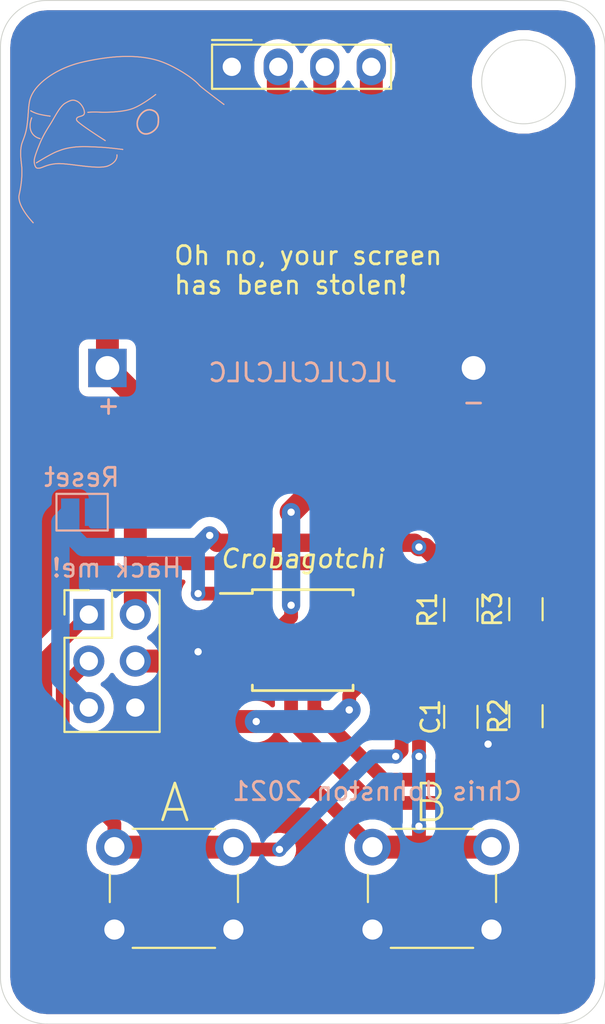
<source format=kicad_pcb>
(kicad_pcb (version 20171130) (host pcbnew 5.1.6-c6e7f7d~87~ubuntu19.10.1)
  (layers (0 F.Cu signal hide) (31 B.Cu signal hide) (34 B.Paste user) (35 F.Paste user) (36 B.SilkS user) (37 F.SilkS user) (38 B.Mask user) (39 F.Mask user) (44 Edge.Cuts user))
  (net 0 "")
  (net 1 GND)
  (net 2 VCC)
  (net 3 rst)
  (net 4 mosi)
  (net 5 button_select)
  (net 6 button_option)
  (net 7 disp_sda)
  (net 8 disp_scl)
  (module crow:kicad_vectorcrob (layer B.Cu) (at 108.712 49.784 180)
    (fp_text reference svg2mod hide)
    (fp_text value G*** hide)
  )
  (module Battery:BatteryHolder_ComfortableElectronic_CH273-2450_1x2450 (layer B.Cu) (at 101.092 68.326)
    (fp_text reference BT1 hide)
    (fp_text value Battery hide)
    (fp_text user + (at 0.0635 2.032) (layer B.SilkS) (effects (justify mirror)))
    (fp_text user - (at 20.0025 1.8415) (layer B.SilkS) (effects (justify mirror)))
    (pad 2 thru_hole circle (at 20 0 90) (size 2.1 2.1) (drill 1.3) (layers *.Cu *.Mask) (net 1 GND))
    (pad 1 thru_hole rect (at 0 0 90) (size 2.1 2.1) (drill 1.3) (layers *.Cu *.Mask) (net 2 VCC))
  )
  (module ssd1306:128x64OLED (layer F.Cu) (at 111.506 62.484)
    (fp_text reference Brd1 hide)
    (fp_text value SSD1306)
    (pad 2 thru_hole oval (at -1.08 -10.6 90) (size 2 1.6) (drill 1) (layers *.Cu *.Mask) (net 2 VCC))
    (pad 1 thru_hole oval (at -3.62 -10.6 90) (size 2 1.6) (drill 1) (layers *.Cu *.Mask) (net 1 GND))
    (pad 3 thru_hole oval (at 1.46 -10.6 90) (size 2 1.6) (drill 1) (layers *.Cu *.Mask) (net 8 disp_scl))
    (pad 4 thru_hole oval (at 4 -10.6 90) (size 2 1.6) (drill 1) (layers *.Cu *.Mask) (net 7 disp_sda))
  )
  (module Button_Switch_THT:SW_PUSH_6mm (layer F.Cu) (at 115.57 94.488)
    (fp_text reference SW3 hide)
    (fp_text value SW_Push)
    (pad 1 thru_hole circle (at 6.5 0 90) (size 2 2) (drill 1.1) (layers *.Cu *.Mask) (net 5 button_select))
    (pad 2 thru_hole circle (at 6.5 4.5 90) (size 2 2) (drill 1.1) (layers *.Cu *.Mask) (net 1 GND))
    (pad 1 thru_hole circle (at 0 0 90) (size 2 2) (drill 1.1) (layers *.Cu *.Mask) (net 5 button_select))
    (pad 2 thru_hole circle (at 0 4.5 90) (size 2 2) (drill 1.1) (layers *.Cu *.Mask) (net 1 GND))
  )
  (module Button_Switch_THT:SW_PUSH_6mm (layer F.Cu) (at 101.473 94.488)
    (fp_text reference SW2 hide)
    (fp_text value SW_Push)
    (pad 2 thru_hole circle (at 0 4.5 90) (size 2 2) (drill 1.1) (layers *.Cu *.Mask) (net 1 GND))
    (pad 1 thru_hole circle (at 0 0 90) (size 2 2) (drill 1.1) (layers *.Cu *.Mask) (net 6 button_option))
    (pad 2 thru_hole circle (at 6.5 4.5 90) (size 2 2) (drill 1.1) (layers *.Cu *.Mask) (net 1 GND))
    (pad 1 thru_hole circle (at 6.5 0 90) (size 2 2) (drill 1.1) (layers *.Cu *.Mask) (net 6 button_option))
  )
  (module Jumper:SolderJumper-2_P1.3mm_Open_Pad1.0x1.5mm (layer B.Cu) (at 99.71 76.2)
    (fp_text reference SW1 hide)
    (fp_text value SW_Push)
    (pad 2 smd rect (at 0.65 0) (size 1 1.5) (layers B.Cu B.Mask) (net 1 GND))
    (pad 1 smd rect (at -0.65 0) (size 1 1.5) (layers B.Cu B.Mask) (net 3 rst))
  )
  (module Resistor_SMD:R_1206_3216Metric_Pad1.42x1.75mm_HandSolder (layer F.Cu) (at 123.952 81.4975 90)
    (fp_text reference R3 (at 0 -1.82 90) (layer F.SilkS))
    (fp_text value 4.7K)
    (pad 2 smd roundrect (at 1.4875 0 90) (size 1.425 1.75) (layers F.Cu F.Paste F.Mask) (roundrect_rratio 0.175439) (net 7 disp_sda))
    (pad 1 smd roundrect (at -1.4875 0 90) (size 1.425 1.75) (layers F.Cu F.Paste F.Mask) (roundrect_rratio 0.175439) (net 2 VCC))
  )
  (module Resistor_SMD:R_1206_3216Metric_Pad1.42x1.75mm_HandSolder (layer F.Cu) (at 123.952 87.3395 270)
    (fp_text reference R2 (at 0 1.524 90) (layer F.SilkS))
    (fp_text value 4.7K)
    (pad 2 smd roundrect (at 1.4875 0 270) (size 1.425 1.75) (layers F.Cu F.Paste F.Mask) (roundrect_rratio 0.175439) (net 8 disp_scl))
    (pad 1 smd roundrect (at -1.4875 0 270) (size 1.425 1.75) (layers F.Cu F.Paste F.Mask) (roundrect_rratio 0.175439) (net 2 VCC))
  )
  (module Capacitor_SMD:C_1206_3216Metric_Pad1.42x1.75mm_HandSolder (layer F.Cu) (at 120.396 87.376 270)
    (fp_text reference C1 (at 0 1.651 90) (layer F.SilkS))
    (fp_text value 1uf)
    (pad 2 smd roundrect (at 1.4875 0 270) (size 1.425 1.75) (layers F.Cu F.Paste F.Mask) (roundrect_rratio 0.175439) (net 1 GND))
    (pad 1 smd roundrect (at -1.4875 0 270) (size 1.425 1.75) (layers F.Cu F.Paste F.Mask) (roundrect_rratio 0.175439) (net 2 VCC))
  )
  (module Connector_PinHeader_2.54mm:PinHeader_2x03_P2.54mm_Vertical (layer F.Cu) (at 100.076 81.788)
    (fp_text reference J1 hide)
    (fp_text value AVR-ISP-6)
    (pad 6 thru_hole oval (at 2.54 5.08) (size 1.7 1.7) (drill 1) (layers *.Cu *.Mask) (net 1 GND))
    (pad 5 thru_hole oval (at 0 5.08) (size 1.7 1.7) (drill 1) (layers *.Cu *.Mask) (net 3 rst))
    (pad 4 thru_hole oval (at 2.54 2.54) (size 1.7 1.7) (drill 1) (layers *.Cu *.Mask) (net 4 mosi))
    (pad 3 thru_hole oval (at 0 2.54) (size 1.7 1.7) (drill 1) (layers *.Cu *.Mask) (net 5 button_select))
    (pad 2 thru_hole oval (at 2.54 0) (size 1.7 1.7) (drill 1) (layers *.Cu *.Mask) (net 2 VCC))
    (pad 1 thru_hole rect (at 0 0) (size 1.7 1.7) (drill 1) (layers *.Cu *.Mask) (net 6 button_option))
  )
  (module Package_SO:SOIJ-8_5.3x5.3mm_P1.27mm (layer F.Cu) (at 111.76 83.185)
    (fp_text reference U1 hide)
    (fp_text value ATtiny85V-10SU)
    (pad 8 smd rect (at 3.65 -1.905) (size 1.7 0.65) (layers F.Cu F.Paste F.Mask) (net 2 VCC))
    (pad 7 smd rect (at 3.65 -0.635) (size 1.7 0.65) (layers F.Cu F.Paste F.Mask) (net 5 button_select))
    (pad 6 smd rect (at 3.65 0.635) (size 1.7 0.65) (layers F.Cu F.Paste F.Mask) (net 6 button_option))
    (pad 5 smd rect (at 3.65 1.905) (size 1.7 0.65) (layers F.Cu F.Paste F.Mask) (net 4 mosi))
    (pad 4 smd rect (at -3.65 1.905) (size 1.7 0.65) (layers F.Cu F.Paste F.Mask) (net 1 GND))
    (pad 3 smd rect (at -3.65 0.635) (size 1.7 0.65) (layers F.Cu F.Paste F.Mask) (net 7 disp_sda))
    (pad 2 smd rect (at -3.65 -0.635) (size 1.7 0.65) (layers F.Cu F.Paste F.Mask) (net 8 disp_scl))
    (pad 1 smd rect (at -3.65 -1.905) (size 1.7 0.65) (layers F.Cu F.Paste F.Mask) (net 3 rst))
  )
  (module Resistor_SMD:R_1206_3216Metric_Pad1.42x1.75mm_HandSolder (layer F.Cu) (at 120.396 81.534 90)
    (fp_text reference R1 (at 0 -1.82 90) (layer F.SilkS))
    (fp_text value 10k)
    (pad 2 smd roundrect (at 1.4875 0 90) (size 1.425 1.75) (layers F.Cu F.Paste F.Mask) (roundrect_rratio 0.175439) (net 3 rst))
    (pad 1 smd roundrect (at -1.4875 0 90) (size 1.425 1.75) (layers F.Cu F.Paste F.Mask) (roundrect_rratio 0.175439) (net 2 VCC))
  )
  (gr_text JLCJLCJLCJLC (at 111.76 68.58) (layer B.SilkS) (effects (font (size 1 1)) (justify mirror)))
  (gr_text "Chris Johnston 2021" (at 115.824 91.44) (layer B.SilkS) (effects (font (size 1 1)) (justify mirror)))
  (gr_text Crobagotchi (at 111.76 78.74) (layer F.SilkS) (effects (font (size 1 1) (thickness 0.15) italic)))
  (gr_text "Oh no, your screen\nhas been stolen!" (at 104.648 62.992) (layer F.SilkS) (effects (font (size 1 1)) (justify left)))
  (gr_text B (at 118.745 92.075) (layer F.SilkS) (effects (font (size 2 2))))
  (gr_text A (at 104.775 92.075) (layer F.SilkS) (effects (font (size 2 2))))
  (gr_text Reset (at 99.695 74.295) (layer B.SilkS) (effects (font (size 1 1)) (justify mirror)))
  (gr_text "Hack me!" (at 101.6 79.248) (layer B.SilkS) (effects (font (size 1 1)) (justify mirror)))
  (gr_circle (center 123.825 52.705) (end 125.73 51.435) (layer Edge.Cuts) (width 0.05))
  (gr_line (start 97.79 104.14) (end 125.73 104.14) (layer Edge.Cuts) (width 0.05))
  (gr_arc (start 97.79 101.6) (end 95.25 101.6) (angle -90) (layer Edge.Cuts) (width 0.05))
  (gr_line (start 95.25 50.8) (end 95.25 101.6) (layer Edge.Cuts) (width 0.05))
  (gr_line (start 99.06 48.26) (end 97.79 48.26) (layer Edge.Cuts) (width 0.05))
  (gr_arc (start 97.79 50.8) (end 97.79 48.26) (angle -90) (layer Edge.Cuts) (width 0.05))
  (gr_line (start 125.73 48.26) (end 99.06 48.26) (layer Edge.Cuts) (width 0.05))
  (gr_arc (start 125.73 50.8) (end 128.27 50.8) (angle -90) (layer Edge.Cuts) (width 0.05))
  (gr_line (start 128.27 101.6) (end 128.27 50.8) (layer Edge.Cuts) (width 0.05))
  (gr_arc (start 125.73 101.6) (end 125.73 104.14) (angle -90) (layer Edge.Cuts) (width 0.05))
  (segment (start 108.11 85.09) (end 107.315 85.09) (width 0.75) (layer F.Cu) (net 1))
  (segment (start 107.315 85.09) (end 106.045 83.82) (width 0.75) (layer F.Cu) (net 1))
  (via (at 106.045 83.82) (size 0.8) (drill 0.4) (layers F.Cu B.Cu) (net 1))
  (segment (start 120.396 88.8635) (end 121.8835 88.8635) (width 0.75) (layer F.Cu) (net 1))
  (via (at 121.8835 88.8635) (size 0.8) (drill 0.4) (layers F.Cu B.Cu) (net 1))
  (segment (start 101.092 68.326) (end 101.092 64.008) (width 1.25) (layer F.Cu) (net 2))
  (segment (start 110.426 54.674) (end 110.426 51.884) (width 1.25) (layer F.Cu) (net 2))
  (segment (start 101.092 64.008) (end 110.426 54.674) (width 1.25) (layer F.Cu) (net 2))
  (segment (start 102.616 69.85) (end 101.092 68.326) (width 1.25) (layer F.Cu) (net 2))
  (segment (start 113.124 78.994) (end 102.616 78.994) (width 0.75) (layer F.Cu) (net 2))
  (segment (start 115.41 81.28) (end 113.124 78.994) (width 0.75) (layer F.Cu) (net 2))
  (segment (start 102.616 78.994) (end 102.616 81.788) (width 1.25) (layer F.Cu) (net 2))
  (segment (start 102.616 69.85) (end 102.616 78.994) (width 1.25) (layer F.Cu) (net 2))
  (segment (start 123.9155 85.8885) (end 123.952 85.852) (width 1.25) (layer F.Cu) (net 2))
  (segment (start 120.396 85.8885) (end 123.9155 85.8885) (width 1.25) (layer F.Cu) (net 2))
  (segment (start 120.4325 82.985) (end 120.396 83.0215) (width 1.25) (layer F.Cu) (net 2))
  (segment (start 123.952 82.985) (end 120.4325 82.985) (width 1.25) (layer F.Cu) (net 2))
  (segment (start 120.396 83.0215) (end 120.396 85.8885) (width 1.25) (layer F.Cu) (net 2))
  (segment (start 118.6545 81.28) (end 120.396 83.0215) (width 0.75) (layer F.Cu) (net 2))
  (segment (start 115.41 81.28) (end 118.6545 81.28) (width 0.75) (layer F.Cu) (net 2))
  (segment (start 123.952 82.985) (end 123.952 85.852) (width 1.25) (layer F.Cu) (net 2))
  (segment (start 98.525999 85.317999) (end 100.076 86.868) (width 1) (layer B.Cu) (net 3))
  (segment (start 98.525999 76.734001) (end 98.525999 85.317999) (width 1) (layer B.Cu) (net 3))
  (segment (start 99.06 76.2) (end 98.525999 76.734001) (width 1) (layer B.Cu) (net 3))
  (segment (start 99.06 77.410002) (end 99.754998 78.105) (width 1) (layer B.Cu) (net 3))
  (segment (start 99.06 76.2) (end 99.06 77.410002) (width 1) (layer B.Cu) (net 3))
  (via (at 118.11 78.105) (size 0.8) (drill 0.4) (layers F.Cu B.Cu) (net 3))
  (segment (start 118.4545 78.105) (end 120.396 80.0465) (width 1) (layer F.Cu) (net 3))
  (segment (start 118.11 78.105) (end 118.4545 78.105) (width 1) (layer F.Cu) (net 3))
  (segment (start 106.045 78.105) (end 106.045 80.645) (width 0.75) (layer B.Cu) (net 3))
  (segment (start 99.754998 78.105) (end 106.045 78.105) (width 1) (layer B.Cu) (net 3))
  (via (at 106.045 80.645) (size 0.8) (drill 0.4) (layers F.Cu B.Cu) (net 3))
  (segment (start 107.475 80.645) (end 108.11 81.28) (width 0.75) (layer F.Cu) (net 3))
  (segment (start 106.045 80.645) (end 107.475 80.645) (width 0.75) (layer F.Cu) (net 3))
  (segment (start 106.045 78.105) (end 106.68 77.47) (width 1) (layer B.Cu) (net 3))
  (via (at 106.68 77.47) (size 0.8) (drill 0.4) (layers F.Cu B.Cu) (net 3))
  (segment (start 117.874999 77.869999) (end 118.11 78.105) (width 1) (layer F.Cu) (net 3))
  (segment (start 107.079999 77.869999) (end 117.874999 77.869999) (width 1) (layer F.Cu) (net 3))
  (segment (start 106.68 77.47) (end 107.079999 77.869999) (width 1) (layer F.Cu) (net 3))
  (segment (start 102.616 84.328) (end 104.013 84.328) (width 1.25) (layer F.Cu) (net 4))
  (segment (start 104.013 84.328) (end 107.315 87.63) (width 1.25) (layer F.Cu) (net 4))
  (segment (start 107.315 87.63) (end 109.22 87.63) (width 1.25) (layer F.Cu) (net 4))
  (via (at 109.22 87.63) (size 0.8) (drill 0.4) (layers F.Cu B.Cu) (net 4))
  (via (at 114.3 86.995) (size 0.8) (drill 0.4) (layers F.Cu B.Cu) (net 4))
  (segment (start 113.665 87.63) (end 114.3 86.995) (width 1.25) (layer B.Cu) (net 4))
  (segment (start 109.22 87.63) (end 113.665 87.63) (width 1.25) (layer B.Cu) (net 4))
  (via (at 114.3 86.995) (size 0.8) (drill 0.4) (layers F.Cu B.Cu) (net 4))
  (segment (start 114.3 86.2) (end 115.41 85.09) (width 0.75) (layer F.Cu) (net 4))
  (segment (start 114.3 86.995) (end 114.3 86.2) (width 0.75) (layer F.Cu) (net 4))
  (segment (start 115.41 82.55) (end 117.475 82.55) (width 0.75) (layer F.Cu) (net 5))
  (segment (start 117.475 82.55) (end 118.11 83.185) (width 0.75) (layer F.Cu) (net 5))
  (segment (start 118.11 83.185) (end 118.11 89.535) (width 0.75) (layer F.Cu) (net 5))
  (via (at 118.11 89.535) (size 0.8) (drill 0.4) (layers F.Cu B.Cu) (net 5))
  (segment (start 118.11 89.535) (end 118.11 92.71) (width 0.75) (layer B.Cu) (net 5))
  (segment (start 118.11 92.71) (end 118.11 93.345) (width 0.75) (layer B.Cu) (net 5))
  (via (at 118.11 93.345) (size 0.8) (drill 0.4) (layers F.Cu B.Cu) (net 5))
  (segment (start 118.11 94.361) (end 118.237 94.488) (width 0.75) (layer F.Cu) (net 5))
  (segment (start 118.11 93.345) (end 118.11 94.361) (width 0.75) (layer F.Cu) (net 5))
  (segment (start 118.237 94.488) (end 115.57 94.488) (width 1.25) (layer F.Cu) (net 5))
  (segment (start 122.07 94.488) (end 118.237 94.488) (width 1.25) (layer F.Cu) (net 5))
  (segment (start 98.650999 85.753001) (end 98.650999 88.490999) (width 0.75) (layer F.Cu) (net 5))
  (segment (start 100.076 84.328) (end 98.650999 85.753001) (width 0.75) (layer F.Cu) (net 5))
  (segment (start 98.650999 88.490999) (end 101.6 91.44) (width 0.75) (layer F.Cu) (net 5))
  (segment (start 112.522 91.44) (end 115.57 94.488) (width 0.75) (layer F.Cu) (net 5))
  (segment (start 101.6 91.44) (end 112.522 91.44) (width 0.75) (layer F.Cu) (net 5))
  (segment (start 107.973 94.488) (end 101.473 94.488) (width 1.25) (layer F.Cu) (net 6))
  (segment (start 116.350002 83.82) (end 117.15999 84.629988) (width 0.75) (layer F.Cu) (net 6))
  (segment (start 115.41 83.82) (end 116.350002 83.82) (width 0.75) (layer F.Cu) (net 6))
  (segment (start 117.15999 84.629988) (end 117.15999 89.21501) (width 0.75) (layer F.Cu) (net 6))
  (segment (start 117.15999 89.21501) (end 116.84 89.535) (width 0.75) (layer F.Cu) (net 6))
  (via (at 116.84 89.535) (size 0.8) (drill 0.4) (layers F.Cu B.Cu) (net 6))
  (segment (start 116.84 89.535) (end 115.57 89.535) (width 0.75) (layer B.Cu) (net 6))
  (segment (start 115.57 89.535) (end 110.49 94.615) (width 0.75) (layer B.Cu) (net 6))
  (via (at 110.49 94.615) (size 0.8) (drill 0.4) (layers F.Cu B.Cu) (net 6))
  (segment (start 108.1 94.615) (end 107.973 94.488) (width 0.75) (layer F.Cu) (net 6))
  (segment (start 110.49 94.615) (end 108.1 94.615) (width 0.75) (layer F.Cu) (net 6))
  (segment (start 97.700989 84.163011) (end 97.700989 89.445989) (width 0.75) (layer F.Cu) (net 6))
  (segment (start 100.076 81.788) (end 97.700989 84.163011) (width 0.75) (layer F.Cu) (net 6))
  (segment (start 101.473 93.218) (end 101.473 94.488) (width 0.75) (layer F.Cu) (net 6))
  (segment (start 97.700989 89.445989) (end 101.473 93.218) (width 0.75) (layer F.Cu) (net 6))
  (segment (start 115.506 72.439) (end 115.506 51.884) (width 1.25) (layer F.Cu) (net 7))
  (segment (start 123.077 80.01) (end 115.506 72.439) (width 1.25) (layer F.Cu) (net 7))
  (segment (start 123.952 80.01) (end 123.077 80.01) (width 1.25) (layer F.Cu) (net 7))
  (segment (start 109.855 83.82) (end 108.11 83.82) (width 0.75) (layer F.Cu) (net 7))
  (segment (start 115.57 92.075) (end 111.125 87.63) (width 0.75) (layer F.Cu) (net 7))
  (segment (start 122.958244 92.075) (end 115.57 92.075) (width 0.75) (layer F.Cu) (net 7))
  (segment (start 111.125 85.09) (end 109.855 83.82) (width 0.75) (layer F.Cu) (net 7))
  (segment (start 125.73 89.303244) (end 122.958244 92.075) (width 0.75) (layer F.Cu) (net 7))
  (segment (start 111.125 87.63) (end 111.125 85.09) (width 0.75) (layer F.Cu) (net 7))
  (segment (start 125.73 80.645) (end 125.73 89.303244) (width 0.75) (layer F.Cu) (net 7))
  (segment (start 125.095 80.01) (end 125.73 80.645) (width 0.75) (layer F.Cu) (net 7))
  (segment (start 123.952 80.01) (end 125.095 80.01) (width 0.75) (layer F.Cu) (net 7))
  (segment (start 108.11 82.55) (end 110.49 82.55) (width 0.75) (layer F.Cu) (net 8))
  (segment (start 110.49 82.55) (end 112.395 84.455) (width 0.75) (layer F.Cu) (net 8))
  (segment (start 112.395 84.455) (end 112.395 86.995) (width 0.75) (layer F.Cu) (net 8))
  (segment (start 112.395 86.995) (end 116.205 90.805) (width 0.75) (layer F.Cu) (net 8))
  (segment (start 121.974 90.805) (end 123.952 88.827) (width 0.75) (layer F.Cu) (net 8))
  (segment (start 116.205 90.805) (end 121.974 90.805) (width 0.75) (layer F.Cu) (net 8))
  (segment (start 112.966 51.884) (end 112.966 74.359) (width 1.25) (layer F.Cu) (net 8))
  (segment (start 112.966 74.359) (end 111.125 76.2) (width 1.25) (layer F.Cu) (net 8))
  (via (at 111.125 76.2) (size 0.8) (drill 0.4) (layers F.Cu B.Cu) (net 8))
  (segment (start 111.125 76.2) (end 111.125 81.28) (width 1) (layer B.Cu) (net 8))
  (via (at 111.125 81.28) (size 0.8) (drill 0.4) (layers F.Cu B.Cu) (net 8))
  (segment (start 111.125 81.915) (end 110.49 82.55) (width 0.75) (layer F.Cu) (net 8))
  (segment (start 111.125 81.28) (end 111.125 81.915) (width 0.75) (layer F.Cu) (net 8))
  (zone (net 1) (net_name GND) (layer F.Cu) (connect_pads yes (clearance 0.508)) (min_thickness 0.254) (fill yes (arc_segments 32) (thermal_gap 0.508) (thermal_bridge_width 0.508))
    (polygon (pts (xy 128.27 104.14) (xy 95.25 104.14) (xy 95.25 48.26) (xy 128.27 48.26)))
  )
  (zone (net 1) (net_name GND) (layer B.Cu) (connect_pads yes (clearance 0.508)) (min_thickness 0.254) (fill yes (arc_segments 32) (thermal_gap 0.508) (thermal_bridge_width 0.508) (smoothing fillet))
    (polygon (pts (xy 128.27 104.14) (xy 95.25 104.14) (xy 95.25 48.26) (xy 128.27 48.26)))
  )
)
</source>
